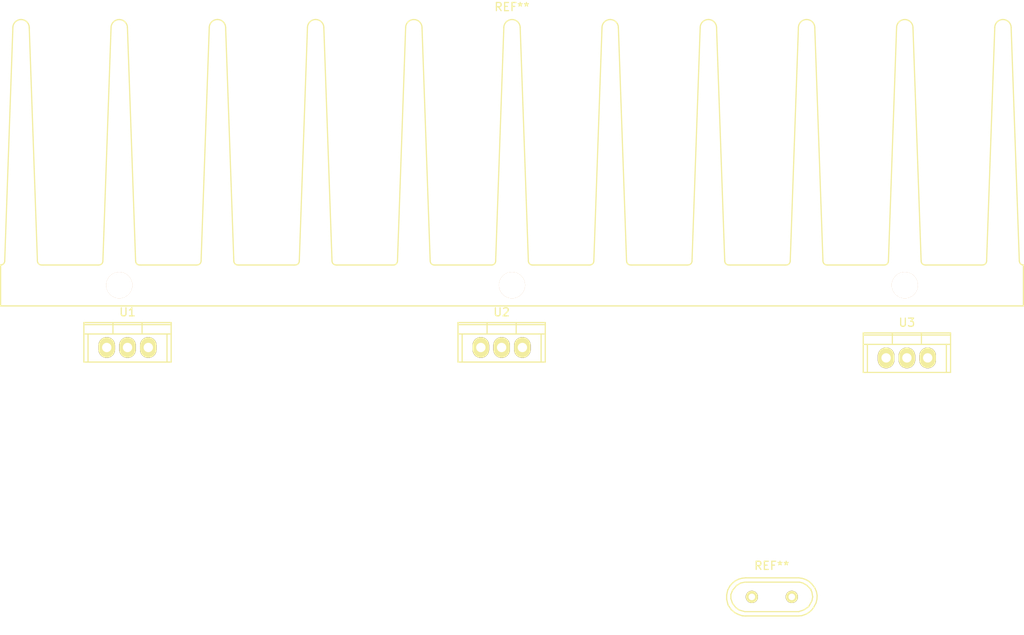
<source format=kicad_pcb>
(kicad_pcb (version 4) (host pcbnew "(2015-08-01 BZR 6031)-product")

  (general
    (links 4)
    (no_connects 4)
    (area 14.695759 -19.885 140.246781 58.125)
    (thickness 1.6)
    (drawings 0)
    (tracks 0)
    (zones 0)
    (modules 5)
    (nets 6)
  )

  (page A4)
  (layers
    (0 F.Cu signal)
    (31 B.Cu signal)
    (32 B.Adhes user)
    (33 F.Adhes user)
    (34 B.Paste user)
    (35 F.Paste user)
    (36 B.SilkS user)
    (37 F.SilkS user)
    (38 B.Mask user)
    (39 F.Mask user)
    (40 Dwgs.User user)
    (41 Cmts.User user)
    (42 Eco1.User user)
    (43 Eco2.User user)
    (44 Edge.Cuts user)
    (45 Margin user)
    (46 B.CrtYd user)
    (47 F.CrtYd user)
    (48 B.Fab user)
    (49 F.Fab user)
  )

  (setup
    (last_trace_width 0.25)
    (trace_clearance 0.2)
    (zone_clearance 0.508)
    (zone_45_only no)
    (trace_min 0.2)
    (segment_width 0.2)
    (edge_width 0.15)
    (via_size 0.6)
    (via_drill 0.4)
    (via_min_size 0.4)
    (via_min_drill 0.3)
    (uvia_size 0.3)
    (uvia_drill 0.1)
    (uvias_allowed no)
    (uvia_min_size 0.2)
    (uvia_min_drill 0.1)
    (pcb_text_width 0.3)
    (pcb_text_size 1.5 1.5)
    (mod_edge_width 0.15)
    (mod_text_size 1 1)
    (mod_text_width 0.15)
    (pad_size 1.524 1.524)
    (pad_drill 0.762)
    (pad_to_mask_clearance 0.2)
    (aux_axis_origin 0 0)
    (visible_elements FFFFFF7F)
    (pcbplotparams
      (layerselection 0x00030_80000001)
      (usegerberextensions false)
      (excludeedgelayer true)
      (linewidth 0.100000)
      (plotframeref false)
      (viasonmask false)
      (mode 1)
      (useauxorigin false)
      (hpglpennumber 1)
      (hpglpenspeed 20)
      (hpglpendiameter 15)
      (hpglpenoverlay 2)
      (psnegative false)
      (psa4output false)
      (plotreference true)
      (plotvalue true)
      (plotinvisibletext false)
      (padsonsilk false)
      (subtractmaskfromsilk false)
      (outputformat 1)
      (mirror false)
      (drillshape 1)
      (scaleselection 1)
      (outputdirectory ""))
  )

  (net 0 "")
  (net 1 +10V)
  (net 2 +20V)
  (net 3 +24V)
  (net 4 GND)
  (net 5 +5V)

  (net_class Default "This is the default net class."
    (clearance 0.2)
    (trace_width 0.25)
    (via_dia 0.6)
    (via_drill 0.4)
    (uvia_dia 0.3)
    (uvia_drill 0.1)
    (add_net +10V)
    (add_net +20V)
    (add_net +24V)
    (add_net +5V)
    (add_net GND)
  )

  (module TO-220 (layer F.Cu) (tedit 0) (tstamp 55BFFAAA)
    (at 30.48 22.86)
    (descr "Non Isolated JEDEC TO-220 Package")
    (tags "Power Integration YN Package")
    (path /55BCD1B4)
    (fp_text reference U1 (at 0 -4.318) (layer F.SilkS)
      (effects (font (size 1 1) (thickness 0.15)))
    )
    (fp_text value 7810 (at 0 -4.318) (layer F.Fab)
      (effects (font (size 1 1) (thickness 0.15)))
    )
    (fp_line (start 4.826 -1.651) (end 4.826 1.778) (layer F.SilkS) (width 0.15))
    (fp_line (start -4.826 -1.651) (end -4.826 1.778) (layer F.SilkS) (width 0.15))
    (fp_line (start 5.334 -2.794) (end -5.334 -2.794) (layer F.SilkS) (width 0.15))
    (fp_line (start 1.778 -1.778) (end 1.778 -3.048) (layer F.SilkS) (width 0.15))
    (fp_line (start -1.778 -1.778) (end -1.778 -3.048) (layer F.SilkS) (width 0.15))
    (fp_line (start -5.334 -1.651) (end 5.334 -1.651) (layer F.SilkS) (width 0.15))
    (fp_line (start 5.334 1.778) (end -5.334 1.778) (layer F.SilkS) (width 0.15))
    (fp_line (start -5.334 -3.048) (end -5.334 1.778) (layer F.SilkS) (width 0.15))
    (fp_line (start 5.334 -3.048) (end 5.334 1.778) (layer F.SilkS) (width 0.15))
    (fp_line (start 5.334 -3.048) (end -5.334 -3.048) (layer F.SilkS) (width 0.15))
    (pad 2 thru_hole oval (at 0 0) (size 2.032 2.54) (drill 1.143) (layers *.Cu *.Mask F.SilkS)
      (net 1 +10V))
    (pad 3 thru_hole oval (at 2.54 0) (size 2.032 2.54) (drill 1.143) (layers *.Cu *.Mask F.SilkS)
      (net 2 +20V))
    (pad 1 thru_hole oval (at -2.54 0) (size 2.032 2.54) (drill 1.143) (layers *.Cu *.Mask F.SilkS)
      (net 3 +24V))
  )

  (module TO-220 (layer F.Cu) (tedit 0) (tstamp 55BFFABB)
    (at 76.2 22.86)
    (descr "Non Isolated JEDEC TO-220 Package")
    (tags "Power Integration YN Package")
    (path /55BCD1EB)
    (fp_text reference U2 (at 0 -4.318) (layer F.SilkS)
      (effects (font (size 1 1) (thickness 0.15)))
    )
    (fp_text value 7810 (at 0 -4.318) (layer F.Fab)
      (effects (font (size 1 1) (thickness 0.15)))
    )
    (fp_line (start 4.826 -1.651) (end 4.826 1.778) (layer F.SilkS) (width 0.15))
    (fp_line (start -4.826 -1.651) (end -4.826 1.778) (layer F.SilkS) (width 0.15))
    (fp_line (start 5.334 -2.794) (end -5.334 -2.794) (layer F.SilkS) (width 0.15))
    (fp_line (start 1.778 -1.778) (end 1.778 -3.048) (layer F.SilkS) (width 0.15))
    (fp_line (start -1.778 -1.778) (end -1.778 -3.048) (layer F.SilkS) (width 0.15))
    (fp_line (start -5.334 -1.651) (end 5.334 -1.651) (layer F.SilkS) (width 0.15))
    (fp_line (start 5.334 1.778) (end -5.334 1.778) (layer F.SilkS) (width 0.15))
    (fp_line (start -5.334 -3.048) (end -5.334 1.778) (layer F.SilkS) (width 0.15))
    (fp_line (start 5.334 -3.048) (end 5.334 1.778) (layer F.SilkS) (width 0.15))
    (fp_line (start 5.334 -3.048) (end -5.334 -3.048) (layer F.SilkS) (width 0.15))
    (pad 2 thru_hole oval (at 0 0) (size 2.032 2.54) (drill 1.143) (layers *.Cu *.Mask F.SilkS)
      (net 4 GND))
    (pad 3 thru_hole oval (at 2.54 0) (size 2.032 2.54) (drill 1.143) (layers *.Cu *.Mask F.SilkS)
      (net 1 +10V))
    (pad 1 thru_hole oval (at -2.54 0) (size 2.032 2.54) (drill 1.143) (layers *.Cu *.Mask F.SilkS)
      (net 3 +24V))
  )

  (module TO-220 (layer F.Cu) (tedit 0) (tstamp 55BFFACC)
    (at 125.73 24.13)
    (descr "Non Isolated JEDEC TO-220 Package")
    (tags "Power Integration YN Package")
    (path /55BFFABC)
    (fp_text reference U3 (at 0 -4.318) (layer F.SilkS)
      (effects (font (size 1 1) (thickness 0.15)))
    )
    (fp_text value 7805 (at 0 -4.318) (layer F.Fab)
      (effects (font (size 1 1) (thickness 0.15)))
    )
    (fp_line (start 4.826 -1.651) (end 4.826 1.778) (layer F.SilkS) (width 0.15))
    (fp_line (start -4.826 -1.651) (end -4.826 1.778) (layer F.SilkS) (width 0.15))
    (fp_line (start 5.334 -2.794) (end -5.334 -2.794) (layer F.SilkS) (width 0.15))
    (fp_line (start 1.778 -1.778) (end 1.778 -3.048) (layer F.SilkS) (width 0.15))
    (fp_line (start -1.778 -1.778) (end -1.778 -3.048) (layer F.SilkS) (width 0.15))
    (fp_line (start -5.334 -1.651) (end 5.334 -1.651) (layer F.SilkS) (width 0.15))
    (fp_line (start 5.334 1.778) (end -5.334 1.778) (layer F.SilkS) (width 0.15))
    (fp_line (start -5.334 -3.048) (end -5.334 1.778) (layer F.SilkS) (width 0.15))
    (fp_line (start 5.334 -3.048) (end 5.334 1.778) (layer F.SilkS) (width 0.15))
    (fp_line (start 5.334 -3.048) (end -5.334 -3.048) (layer F.SilkS) (width 0.15))
    (pad 2 thru_hole oval (at 0 0) (size 2.032 2.54) (drill 1.143) (layers *.Cu *.Mask F.SilkS)
      (net 4 GND))
    (pad 3 thru_hole oval (at 2.54 0) (size 2.032 2.54) (drill 1.143) (layers *.Cu *.Mask F.SilkS)
      (net 5 +5V))
    (pad 1 thru_hole oval (at -2.54 0) (size 2.032 2.54) (drill 1.143) (layers *.Cu *.Mask F.SilkS)
      (net 1 +10V))
  )

  (module Heatsinks:Heatsink_125x35x50mm_3xFixationM3 (layer F.Cu) (tedit 5470C550) (tstamp 55BFFB92)
    (at 77.47 15.24)
    (tags "Heatsink, 125x35x50mm, 3 fixation holes 3.2mm")
    (fp_text reference REF** (at 0 -34) (layer F.SilkS)
      (effects (font (size 1 1) (thickness 0.15)))
    )
    (fp_text value Heatsink_125x35x50mm_3xFixationM3 (at 0 4) (layer F.Fab)
      (effects (font (size 1 1) (thickness 0.15)))
    )
    (fp_line (start -50.50028 -2.46126) (end -57.50052 -2.46126) (layer F.SilkS) (width 0.15))
    (fp_line (start -38.49878 -2.46126) (end -45.49902 -2.46126) (layer F.SilkS) (width 0.15))
    (fp_line (start -26.49982 -2.46126) (end -33.50006 -2.46126) (layer F.SilkS) (width 0.15))
    (fp_line (start -14.50086 -2.46126) (end -21.5011 -2.46126) (layer F.SilkS) (width 0.15))
    (fp_line (start -2.49936 -2.46126) (end -9.4996 -2.46126) (layer F.SilkS) (width 0.15))
    (fp_line (start 9.4996 -2.46126) (end 2.49936 -2.46126) (layer F.SilkS) (width 0.15))
    (fp_line (start 21.5011 -2.46126) (end 14.50086 -2.46126) (layer F.SilkS) (width 0.15))
    (fp_line (start 33.50006 -2.46126) (end 26.49982 -2.46126) (layer F.SilkS) (width 0.15))
    (fp_line (start 45.49902 -2.46126) (end 38.49878 -2.46126) (layer F.SilkS) (width 0.15))
    (fp_line (start 57.50052 -2.46126) (end 50.50028 -2.46126) (layer F.SilkS) (width 0.15))
    (fp_arc (start 59.99988 -31.46298) (end 58.99912 -31.46298) (angle 90) (layer F.SilkS) (width 0.15))
    (fp_arc (start 59.99988 -31.46298) (end 59.99988 -32.46374) (angle 90) (layer F.SilkS) (width 0.15))
    (fp_line (start 58.99912 -31.46298) (end 58.0009 -2.96164) (layer F.SilkS) (width 0.15))
    (fp_line (start 61.99886 -2.96164) (end 61.00064 -31.46298) (layer F.SilkS) (width 0.15))
    (fp_arc (start 62.49924 -2.96164) (end 62.49924 -2.4638) (angle 90) (layer F.SilkS) (width 0.15))
    (fp_arc (start 57.50306 -2.96418) (end 58.00344 -2.96418) (angle 90) (layer F.SilkS) (width 0.15))
    (fp_arc (start 48.00092 -31.46044) (end 47.00016 -31.46044) (angle 90) (layer F.SilkS) (width 0.15))
    (fp_arc (start 48.00092 -31.46044) (end 48.00092 -32.4612) (angle 90) (layer F.SilkS) (width 0.15))
    (fp_line (start 47.00016 -31.46044) (end 46.00194 -2.9591) (layer F.SilkS) (width 0.15))
    (fp_line (start 49.9999 -2.9591) (end 49.00168 -31.46044) (layer F.SilkS) (width 0.15))
    (fp_arc (start 50.50028 -2.9591) (end 50.50028 -2.46126) (angle 90) (layer F.SilkS) (width 0.15))
    (fp_arc (start 45.5041 -2.96164) (end 46.00448 -2.96164) (angle 90) (layer F.SilkS) (width 0.15))
    (fp_arc (start 36.00196 -31.46044) (end 35.0012 -31.46044) (angle 90) (layer F.SilkS) (width 0.15))
    (fp_arc (start 36.00196 -31.46044) (end 36.00196 -32.4612) (angle 90) (layer F.SilkS) (width 0.15))
    (fp_line (start 35.0012 -31.46044) (end 34.00298 -2.9591) (layer F.SilkS) (width 0.15))
    (fp_line (start 38.00094 -2.9591) (end 37.00272 -31.46044) (layer F.SilkS) (width 0.15))
    (fp_arc (start 38.50132 -2.9591) (end 38.50132 -2.46126) (angle 90) (layer F.SilkS) (width 0.15))
    (fp_arc (start 33.50514 -2.96164) (end 34.00552 -2.96164) (angle 90) (layer F.SilkS) (width 0.15))
    (fp_arc (start 23.99792 -31.46298) (end 22.99716 -31.46298) (angle 90) (layer F.SilkS) (width 0.15))
    (fp_arc (start 23.99792 -31.46298) (end 23.99792 -32.46374) (angle 90) (layer F.SilkS) (width 0.15))
    (fp_line (start 22.99716 -31.46298) (end 21.99894 -2.96164) (layer F.SilkS) (width 0.15))
    (fp_line (start 25.9969 -2.96164) (end 24.99868 -31.46298) (layer F.SilkS) (width 0.15))
    (fp_arc (start 26.49728 -2.96164) (end 26.49728 -2.4638) (angle 90) (layer F.SilkS) (width 0.15))
    (fp_arc (start 21.5011 -2.96418) (end 22.00148 -2.96418) (angle 90) (layer F.SilkS) (width 0.15))
    (fp_arc (start 11.99896 -31.46298) (end 10.9982 -31.46298) (angle 90) (layer F.SilkS) (width 0.15))
    (fp_arc (start 11.99896 -31.46298) (end 11.99896 -32.46374) (angle 90) (layer F.SilkS) (width 0.15))
    (fp_line (start 10.9982 -31.46298) (end 9.99998 -2.96164) (layer F.SilkS) (width 0.15))
    (fp_line (start 13.99794 -2.96164) (end 12.99972 -31.46298) (layer F.SilkS) (width 0.15))
    (fp_arc (start 14.49832 -2.96164) (end 14.49832 -2.4638) (angle 90) (layer F.SilkS) (width 0.15))
    (fp_arc (start 9.50214 -2.96418) (end 10.00252 -2.96418) (angle 90) (layer F.SilkS) (width 0.15))
    (fp_arc (start -59.99988 -31.46298) (end -61.00064 -31.46298) (angle 90) (layer F.SilkS) (width 0.15))
    (fp_arc (start -59.99988 -31.46298) (end -59.99988 -32.46374) (angle 90) (layer F.SilkS) (width 0.15))
    (fp_line (start -61.00064 -31.46298) (end -61.99886 -2.96164) (layer F.SilkS) (width 0.15))
    (fp_line (start -58.0009 -2.96164) (end -58.99912 -31.46298) (layer F.SilkS) (width 0.15))
    (fp_arc (start -57.50052 -2.96164) (end -57.50052 -2.4638) (angle 90) (layer F.SilkS) (width 0.15))
    (fp_arc (start -62.4967 -2.96418) (end -61.99632 -2.96418) (angle 90) (layer F.SilkS) (width 0.15))
    (fp_arc (start -48.00092 -31.46044) (end -49.00168 -31.46044) (angle 90) (layer F.SilkS) (width 0.15))
    (fp_arc (start -48.00092 -31.46044) (end -48.00092 -32.4612) (angle 90) (layer F.SilkS) (width 0.15))
    (fp_line (start -49.00168 -31.46044) (end -49.9999 -2.9591) (layer F.SilkS) (width 0.15))
    (fp_line (start -46.00194 -2.9591) (end -47.00016 -31.46044) (layer F.SilkS) (width 0.15))
    (fp_arc (start -45.50156 -2.9591) (end -45.50156 -2.46126) (angle 90) (layer F.SilkS) (width 0.15))
    (fp_arc (start -50.49774 -2.96164) (end -49.99736 -2.96164) (angle 90) (layer F.SilkS) (width 0.15))
    (fp_arc (start -35.99942 -31.46298) (end -37.00018 -31.46298) (angle 90) (layer F.SilkS) (width 0.15))
    (fp_arc (start -35.99942 -31.46298) (end -35.99942 -32.46374) (angle 90) (layer F.SilkS) (width 0.15))
    (fp_line (start -37.00018 -31.46298) (end -37.9984 -2.96164) (layer F.SilkS) (width 0.15))
    (fp_line (start -34.00044 -2.96164) (end -34.99866 -31.46298) (layer F.SilkS) (width 0.15))
    (fp_arc (start -33.50006 -2.96164) (end -33.50006 -2.4638) (angle 90) (layer F.SilkS) (width 0.15))
    (fp_arc (start -38.49624 -2.96418) (end -37.99586 -2.96418) (angle 90) (layer F.SilkS) (width 0.15))
    (fp_arc (start -23.99792 -31.46298) (end -24.99868 -31.46298) (angle 90) (layer F.SilkS) (width 0.15))
    (fp_arc (start -23.99792 -31.46298) (end -23.99792 -32.46374) (angle 90) (layer F.SilkS) (width 0.15))
    (fp_line (start -24.99868 -31.46298) (end -25.9969 -2.96164) (layer F.SilkS) (width 0.15))
    (fp_line (start -21.99894 -2.96164) (end -22.99716 -31.46298) (layer F.SilkS) (width 0.15))
    (fp_arc (start -21.49856 -2.96164) (end -21.49856 -2.4638) (angle 90) (layer F.SilkS) (width 0.15))
    (fp_arc (start -26.49474 -2.96418) (end -25.99436 -2.96418) (angle 90) (layer F.SilkS) (width 0.15))
    (fp_arc (start -11.99896 -31.46044) (end -12.99972 -31.46044) (angle 90) (layer F.SilkS) (width 0.15))
    (fp_arc (start -11.99896 -31.46044) (end -11.99896 -32.4612) (angle 90) (layer F.SilkS) (width 0.15))
    (fp_line (start -12.99972 -31.46044) (end -13.99794 -2.9591) (layer F.SilkS) (width 0.15))
    (fp_line (start -9.99998 -2.9591) (end -10.9982 -31.46044) (layer F.SilkS) (width 0.15))
    (fp_arc (start -9.4996 -2.9591) (end -9.4996 -2.46126) (angle 90) (layer F.SilkS) (width 0.15))
    (fp_arc (start -14.49578 -2.96164) (end -13.9954 -2.96164) (angle 90) (layer F.SilkS) (width 0.15))
    (fp_arc (start 0 -31.46044) (end -1.00076 -31.46044) (angle 90) (layer F.SilkS) (width 0.15))
    (fp_arc (start 0 -31.46044) (end 0 -32.4612) (angle 90) (layer F.SilkS) (width 0.15))
    (fp_line (start -1.00076 -31.46044) (end -1.99898 -2.9591) (layer F.SilkS) (width 0.15))
    (fp_line (start 1.99898 -2.9591) (end 1.00076 -31.46044) (layer F.SilkS) (width 0.15))
    (fp_arc (start 2.49936 -2.9591) (end 2.49936 -2.46126) (angle 90) (layer F.SilkS) (width 0.15))
    (fp_arc (start -2.49682 -2.96164) (end -1.99644 -2.96164) (angle 90) (layer F.SilkS) (width 0.15))
    (fp_line (start -62.49924 2.54) (end -62.49924 -2.46126) (layer F.SilkS) (width 0.15))
    (fp_line (start -62.49924 2.54) (end 62.50178 2.54) (layer F.SilkS) (width 0.15))
    (fp_line (start 62.50178 2.54) (end 62.50178 -2.46126) (layer F.SilkS) (width 0.15))
    (pad "" np_thru_hole circle (at -48 0) (size 3.2 3.2) (drill 3.2) (layers *.Cu *.SilkS *.Mask))
    (pad "" np_thru_hole circle (at 0 0) (size 3.2 3.2) (drill 3.2) (layers *.Cu *.SilkS *.Mask))
    (pad "" np_thru_hole circle (at 48.006 0) (size 3.2 3.2) (drill 3.2) (layers *.Cu *.SilkS *.Mask))
  )

  (module Crystals:Crystal_HC49-U_Vertical (layer F.Cu) (tedit 0) (tstamp 55BFFC66)
    (at 109.22 53.34)
    (descr "Crystal, Quarz, HC49/U, vertical, stehend,")
    (tags "Crystal, Quarz, HC49/U, vertical, stehend,")
    (fp_text reference REF** (at 0 -3.81) (layer F.SilkS)
      (effects (font (size 1 1) (thickness 0.15)))
    )
    (fp_text value Crystal_HC49-U_Vertical (at 0 3.81) (layer F.Fab)
      (effects (font (size 1 1) (thickness 0.15)))
    )
    (fp_line (start 4.699 -1.00076) (end 4.89966 -0.59944) (layer F.SilkS) (width 0.15))
    (fp_line (start 4.89966 -0.59944) (end 5.00126 0) (layer F.SilkS) (width 0.15))
    (fp_line (start 5.00126 0) (end 4.89966 0.50038) (layer F.SilkS) (width 0.15))
    (fp_line (start 4.89966 0.50038) (end 4.50088 1.19888) (layer F.SilkS) (width 0.15))
    (fp_line (start 4.50088 1.19888) (end 3.8989 1.6002) (layer F.SilkS) (width 0.15))
    (fp_line (start 3.8989 1.6002) (end 3.29946 1.80086) (layer F.SilkS) (width 0.15))
    (fp_line (start 3.29946 1.80086) (end -3.29946 1.80086) (layer F.SilkS) (width 0.15))
    (fp_line (start -3.29946 1.80086) (end -4.0005 1.6002) (layer F.SilkS) (width 0.15))
    (fp_line (start -4.0005 1.6002) (end -4.39928 1.30048) (layer F.SilkS) (width 0.15))
    (fp_line (start -4.39928 1.30048) (end -4.8006 0.8001) (layer F.SilkS) (width 0.15))
    (fp_line (start -4.8006 0.8001) (end -5.00126 0.20066) (layer F.SilkS) (width 0.15))
    (fp_line (start -5.00126 0.20066) (end -5.00126 -0.29972) (layer F.SilkS) (width 0.15))
    (fp_line (start -5.00126 -0.29972) (end -4.8006 -0.8001) (layer F.SilkS) (width 0.15))
    (fp_line (start -4.8006 -0.8001) (end -4.30022 -1.39954) (layer F.SilkS) (width 0.15))
    (fp_line (start -4.30022 -1.39954) (end -3.79984 -1.69926) (layer F.SilkS) (width 0.15))
    (fp_line (start -3.79984 -1.69926) (end -3.29946 -1.80086) (layer F.SilkS) (width 0.15))
    (fp_line (start -3.2004 -1.80086) (end 3.40106 -1.80086) (layer F.SilkS) (width 0.15))
    (fp_line (start 3.40106 -1.80086) (end 3.79984 -1.69926) (layer F.SilkS) (width 0.15))
    (fp_line (start 3.79984 -1.69926) (end 4.30022 -1.39954) (layer F.SilkS) (width 0.15))
    (fp_line (start 4.30022 -1.39954) (end 4.8006 -0.89916) (layer F.SilkS) (width 0.15))
    (fp_line (start -3.19024 -2.32918) (end -3.64998 -2.28092) (layer F.SilkS) (width 0.15))
    (fp_line (start -3.64998 -2.28092) (end -4.04876 -2.16916) (layer F.SilkS) (width 0.15))
    (fp_line (start -4.04876 -2.16916) (end -4.48056 -1.95072) (layer F.SilkS) (width 0.15))
    (fp_line (start -4.48056 -1.95072) (end -4.77012 -1.71958) (layer F.SilkS) (width 0.15))
    (fp_line (start -4.77012 -1.71958) (end -5.10032 -1.36906) (layer F.SilkS) (width 0.15))
    (fp_line (start -5.10032 -1.36906) (end -5.38988 -0.83058) (layer F.SilkS) (width 0.15))
    (fp_line (start -5.38988 -0.83058) (end -5.51942 -0.23114) (layer F.SilkS) (width 0.15))
    (fp_line (start -5.51942 -0.23114) (end -5.51942 0.2794) (layer F.SilkS) (width 0.15))
    (fp_line (start -5.51942 0.2794) (end -5.34924 0.98044) (layer F.SilkS) (width 0.15))
    (fp_line (start -5.34924 0.98044) (end -4.95046 1.56972) (layer F.SilkS) (width 0.15))
    (fp_line (start -4.95046 1.56972) (end -4.49072 1.94056) (layer F.SilkS) (width 0.15))
    (fp_line (start -4.49072 1.94056) (end -4.06908 2.14884) (layer F.SilkS) (width 0.15))
    (fp_line (start -4.06908 2.14884) (end -3.6195 2.30886) (layer F.SilkS) (width 0.15))
    (fp_line (start -3.6195 2.30886) (end -3.18008 2.33934) (layer F.SilkS) (width 0.15))
    (fp_line (start 4.16052 2.1209) (end 4.53898 1.89992) (layer F.SilkS) (width 0.15))
    (fp_line (start 4.53898 1.89992) (end 4.85902 1.62052) (layer F.SilkS) (width 0.15))
    (fp_line (start 4.85902 1.62052) (end 5.11048 1.29032) (layer F.SilkS) (width 0.15))
    (fp_line (start 5.11048 1.29032) (end 5.4102 0.73914) (layer F.SilkS) (width 0.15))
    (fp_line (start 5.4102 0.73914) (end 5.51942 0.26924) (layer F.SilkS) (width 0.15))
    (fp_line (start 5.51942 0.26924) (end 5.53974 -0.1905) (layer F.SilkS) (width 0.15))
    (fp_line (start 5.53974 -0.1905) (end 5.45084 -0.65024) (layer F.SilkS) (width 0.15))
    (fp_line (start 5.45084 -0.65024) (end 5.26034 -1.09982) (layer F.SilkS) (width 0.15))
    (fp_line (start 5.26034 -1.09982) (end 4.89966 -1.56972) (layer F.SilkS) (width 0.15))
    (fp_line (start 4.89966 -1.56972) (end 4.54914 -1.88976) (layer F.SilkS) (width 0.15))
    (fp_line (start 4.54914 -1.88976) (end 4.16052 -2.1209) (layer F.SilkS) (width 0.15))
    (fp_line (start 4.16052 -2.1209) (end 3.73126 -2.2606) (layer F.SilkS) (width 0.15))
    (fp_line (start 3.73126 -2.2606) (end 3.2893 -2.32918) (layer F.SilkS) (width 0.15))
    (fp_line (start -3.2004 2.32918) (end 3.2512 2.32918) (layer F.SilkS) (width 0.15))
    (fp_line (start 3.2512 2.32918) (end 3.6703 2.29108) (layer F.SilkS) (width 0.15))
    (fp_line (start 3.6703 2.29108) (end 4.16052 2.1209) (layer F.SilkS) (width 0.15))
    (fp_line (start -3.2004 -2.32918) (end 3.2512 -2.32918) (layer F.SilkS) (width 0.15))
    (pad 1 thru_hole circle (at -2.44094 0) (size 1.50114 1.50114) (drill 0.8001) (layers *.Cu *.Mask F.SilkS))
    (pad 2 thru_hole circle (at 2.44094 0) (size 1.50114 1.50114) (drill 0.8001) (layers *.Cu *.Mask F.SilkS))
  )

)

</source>
